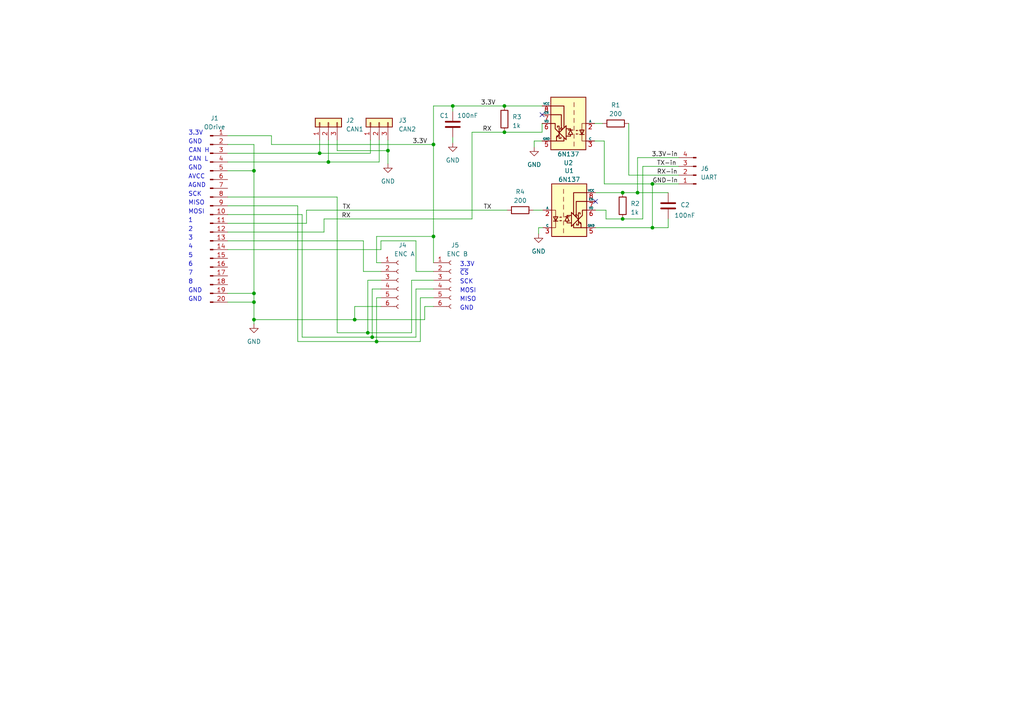
<source format=kicad_sch>
(kicad_sch (version 20220404) (generator eeschema)
  (paper "A4")
  (lib_symbols
    (symbol "Connector:Conn_01x04_Male" (pin_names (offset 1.016) hide)
      (property "Reference" "J" (at 0 5.08 0))
      (property "Value" "Conn_01x04_Male" (at 0 -7.62 0))
      (symbol "Conn_01x04_Male_1_1"
        (polyline (pts (xy 1.27 -5.08) (xy 0.8636 -5.08)) (stroke (width 0.1524)))
        (polyline (pts (xy 1.27 -2.54) (xy 0.8636 -2.54)) (stroke (width 0.1524)))
        (polyline (pts (xy 1.27 0) (xy 0.8636 0)) (stroke (width 0.1524)))
        (polyline (pts (xy 1.27 2.54) (xy 0.8636 2.54)) (stroke (width 0.1524)))
        (rectangle (start 0.8636 -4.953) (end 0 -5.207) (stroke (width 0.1524)) (fill (type outline)))
        (rectangle (start 0.8636 -2.413) (end 0 -2.667) (stroke (width 0.1524)) (fill (type outline)))
        (rectangle (start 0.8636 0.127) (end 0 -0.127) (stroke (width 0.1524)) (fill (type outline)))
        (rectangle (start 0.8636 2.667) (end 0 2.413) (stroke (width 0.1524)) (fill (type outline)))
        (pin passive line (at 5.08 2.54 180) (length 3.81) (name "Pin_1") (number "1"))
        (pin passive line (at 5.08 0 180) (length 3.81) (name "Pin_2") (number "2"))
        (pin passive line (at 5.08 -2.54 180) (length 3.81) (name "Pin_3") (number "3"))
        (pin passive line (at 5.08 -5.08 180) (length 3.81) (name "Pin_4") (number "4"))
      )
    )
    (symbol "Connector:Conn_01x06_Female" (pin_names (offset 1.016) hide)
      (property "Reference" "J" (at 0 7.62 0))
      (property "Value" "Conn_01x06_Female" (at 0 -10.16 0))
      (symbol "Conn_01x06_Female_1_1"
        (arc (start 0 -7.112) (mid -0.5058 -7.62) (end 0 -8.128) (stroke (width 0.1524)))
        (arc (start 0 -4.572) (mid -0.5058 -5.08) (end 0 -5.588) (stroke (width 0.1524)))
        (arc (start 0 -2.032) (mid -0.5058 -2.54) (end 0 -3.048) (stroke (width 0.1524)))
        (polyline (pts (xy -1.27 -7.62) (xy -0.508 -7.62)) (stroke (width 0.1524)))
        (polyline (pts (xy -1.27 -5.08) (xy -0.508 -5.08)) (stroke (width 0.1524)))
        (polyline (pts (xy -1.27 -2.54) (xy -0.508 -2.54)) (stroke (width 0.1524)))
        (polyline (pts (xy -1.27 0) (xy -0.508 0)) (stroke (width 0.1524)))
        (polyline (pts (xy -1.27 2.54) (xy -0.508 2.54)) (stroke (width 0.1524)))
        (polyline (pts (xy -1.27 5.08) (xy -0.508 5.08)) (stroke (width 0.1524)))
        (arc (start 0 0.508) (mid -0.5058 0) (end 0 -0.508) (stroke (width 0.1524)))
        (arc (start 0 3.048) (mid -0.5058 2.54) (end 0 2.032) (stroke (width 0.1524)))
        (arc (start 0 5.588) (mid -0.5058 5.08) (end 0 4.572) (stroke (width 0.1524)))
        (pin passive line (at -5.08 5.08 0) (length 3.81) (name "Pin_1") (number "1"))
        (pin passive line (at -5.08 2.54 0) (length 3.81) (name "Pin_2") (number "2"))
        (pin passive line (at -5.08 0 0) (length 3.81) (name "Pin_3") (number "3"))
        (pin passive line (at -5.08 -2.54 0) (length 3.81) (name "Pin_4") (number "4"))
        (pin passive line (at -5.08 -5.08 0) (length 3.81) (name "Pin_5") (number "5"))
        (pin passive line (at -5.08 -7.62 0) (length 3.81) (name "Pin_6") (number "6"))
      )
    )
    (symbol "Connector:Conn_01x20_Male" (pin_names (offset 1.016) hide)
      (property "Reference" "J" (at 0 25.4 0))
      (property "Value" "Conn_01x20_Male" (at 0 -27.94 0))
      (symbol "Conn_01x20_Male_1_1"
        (polyline (pts (xy 1.27 -25.4) (xy 0.8636 -25.4)) (stroke (width 0.1524)))
        (polyline (pts (xy 1.27 -22.86) (xy 0.8636 -22.86)) (stroke (width 0.1524)))
        (polyline (pts (xy 1.27 -20.32) (xy 0.8636 -20.32)) (stroke (width 0.1524)))
        (polyline (pts (xy 1.27 -17.78) (xy 0.8636 -17.78)) (stroke (width 0.1524)))
        (polyline (pts (xy 1.27 -15.24) (xy 0.8636 -15.24)) (stroke (width 0.1524)))
        (polyline (pts (xy 1.27 -12.7) (xy 0.8636 -12.7)) (stroke (width 0.1524)))
        (polyline (pts (xy 1.27 -10.16) (xy 0.8636 -10.16)) (stroke (width 0.1524)))
        (polyline (pts (xy 1.27 -7.62) (xy 0.8636 -7.62)) (stroke (width 0.1524)))
        (polyline (pts (xy 1.27 -5.08) (xy 0.8636 -5.08)) (stroke (width 0.1524)))
        (polyline (pts (xy 1.27 -2.54) (xy 0.8636 -2.54)) (stroke (width 0.1524)))
        (polyline (pts (xy 1.27 0) (xy 0.8636 0)) (stroke (width 0.1524)))
        (polyline (pts (xy 1.27 2.54) (xy 0.8636 2.54)) (stroke (width 0.1524)))
        (polyline (pts (xy 1.27 5.08) (xy 0.8636 5.08)) (stroke (width 0.1524)))
        (polyline (pts (xy 1.27 7.62) (xy 0.8636 7.62)) (stroke (width 0.1524)))
        (polyline (pts (xy 1.27 10.16) (xy 0.8636 10.16)) (stroke (width 0.1524)))
        (polyline (pts (xy 1.27 12.7) (xy 0.8636 12.7)) (stroke (width 0.1524)))
        (polyline (pts (xy 1.27 15.24) (xy 0.8636 15.24)) (stroke (width 0.1524)))
        (polyline (pts (xy 1.27 17.78) (xy 0.8636 17.78)) (stroke (width 0.1524)))
        (polyline (pts (xy 1.27 20.32) (xy 0.8636 20.32)) (stroke (width 0.1524)))
        (polyline (pts (xy 1.27 22.86) (xy 0.8636 22.86)) (stroke (width 0.1524)))
        (rectangle (start 0.8636 -25.273) (end 0 -25.527) (stroke (width 0.1524)) (fill (type outline)))
        (rectangle (start 0.8636 -22.733) (end 0 -22.987) (stroke (width 0.1524)) (fill (type outline)))
        (rectangle (start 0.8636 -20.193) (end 0 -20.447) (stroke (width 0.1524)) (fill (type outline)))
        (rectangle (start 0.8636 -17.653) (end 0 -17.907) (stroke (width 0.1524)) (fill (type outline)))
        (rectangle (start 0.8636 -15.113) (end 0 -15.367) (stroke (width 0.1524)) (fill (type outline)))
        (rectangle (start 0.8636 -12.573) (end 0 -12.827) (stroke (width 0.1524)) (fill (type outline)))
        (rectangle (start 0.8636 -10.033) (end 0 -10.287) (stroke (width 0.1524)) (fill (type outline)))
        (rectangle (start 0.8636 -7.493) (end 0 -7.747) (stroke (width 0.1524)) (fill (type outline)))
        (rectangle (start 0.8636 -4.953) (end 0 -5.207) (stroke (width 0.1524)) (fill (type outline)))
        (rectangle (start 0.8636 -2.413) (end 0 -2.667) (stroke (width 0.1524)) (fill (type outline)))
        (rectangle (start 0.8636 0.127) (end 0 -0.127) (stroke (width 0.1524)) (fill (type outline)))
        (rectangle (start 0.8636 2.667) (end 0 2.413) (stroke (width 0.1524)) (fill (type outline)))
        (rectangle (start 0.8636 5.207) (end 0 4.953) (stroke (width 0.1524)) (fill (type outline)))
        (rectangle (start 0.8636 7.747) (end 0 7.493) (stroke (width 0.1524)) (fill (type outline)))
        (rectangle (start 0.8636 10.287) (end 0 10.033) (stroke (width 0.1524)) (fill (type outline)))
        (rectangle (start 0.8636 12.827) (end 0 12.573) (stroke (width 0.1524)) (fill (type outline)))
        (rectangle (start 0.8636 15.367) (end 0 15.113) (stroke (width 0.1524)) (fill (type outline)))
        (rectangle (start 0.8636 17.907) (end 0 17.653) (stroke (width 0.1524)) (fill (type outline)))
        (rectangle (start 0.8636 20.447) (end 0 20.193) (stroke (width 0.1524)) (fill (type outline)))
        (rectangle (start 0.8636 22.987) (end 0 22.733) (stroke (width 0.1524)) (fill (type outline)))
        (pin passive line (at 5.08 22.86 180) (length 3.81) (name "Pin_1") (number "1"))
        (pin passive line (at 5.08 0 180) (length 3.81) (name "Pin_10") (number "10"))
        (pin passive line (at 5.08 -2.54 180) (length 3.81) (name "Pin_11") (number "11"))
        (pin passive line (at 5.08 -5.08 180) (length 3.81) (name "Pin_12") (number "12"))
        (pin passive line (at 5.08 -7.62 180) (length 3.81) (name "Pin_13") (number "13"))
        (pin passive line (at 5.08 -10.16 180) (length 3.81) (name "Pin_14") (number "14"))
        (pin passive line (at 5.08 -12.7 180) (length 3.81) (name "Pin_15") (number "15"))
        (pin passive line (at 5.08 -15.24 180) (length 3.81) (name "Pin_16") (number "16"))
        (pin passive line (at 5.08 -17.78 180) (length 3.81) (name "Pin_17") (number "17"))
        (pin passive line (at 5.08 -20.32 180) (length 3.81) (name "Pin_18") (number "18"))
        (pin passive line (at 5.08 -22.86 180) (length 3.81) (name "Pin_19") (number "19"))
        (pin passive line (at 5.08 20.32 180) (length 3.81) (name "Pin_2") (number "2"))
        (pin passive line (at 5.08 -25.4 180) (length 3.81) (name "Pin_20") (number "20"))
        (pin passive line (at 5.08 17.78 180) (length 3.81) (name "Pin_3") (number "3"))
        (pin passive line (at 5.08 15.24 180) (length 3.81) (name "Pin_4") (number "4"))
        (pin passive line (at 5.08 12.7 180) (length 3.81) (name "Pin_5") (number "5"))
        (pin passive line (at 5.08 10.16 180) (length 3.81) (name "Pin_6") (number "6"))
        (pin passive line (at 5.08 7.62 180) (length 3.81) (name "Pin_7") (number "7"))
        (pin passive line (at 5.08 5.08 180) (length 3.81) (name "Pin_8") (number "8"))
        (pin passive line (at 5.08 2.54 180) (length 3.81) (name "Pin_9") (number "9"))
      )
    )
    (symbol "Connector_Generic:Conn_01x03" (pin_names (offset 1.016) hide)
      (property "Reference" "J" (at 0 5.08 0))
      (property "Value" "Conn_01x03" (at 0 -5.08 0))
      (symbol "Conn_01x03_1_1"
        (rectangle (start -1.27 -2.413) (end 0 -2.667) (stroke (width 0.1524)))
        (rectangle (start -1.27 0.127) (end 0 -0.127) (stroke (width 0.1524)))
        (rectangle (start -1.27 2.667) (end 0 2.413) (stroke (width 0.1524)))
        (rectangle (start -1.27 3.81) (end 1.27 -3.81) (stroke (width 0.254)) (fill (type background)))
        (pin passive line (at -5.08 2.54 0) (length 3.81) (name "Pin_1") (number "1"))
        (pin passive line (at -5.08 0 0) (length 3.81) (name "Pin_2") (number "2"))
        (pin passive line (at -5.08 -2.54 0) (length 3.81) (name "Pin_3") (number "3"))
      )
    )
    (symbol "Device:C" (pin_numbers hide) (pin_names (offset 0.254))
      (property "Reference" "C" (at 0.635 2.54 0))
      (property "Value" "C" (at 0.635 -2.54 0))
      (symbol "C_0_1"
        (polyline (pts (xy -2.032 -0.762) (xy 2.032 -0.762)) (stroke (width 0.508)))
        (polyline (pts (xy -2.032 0.762) (xy 2.032 0.762)) (stroke (width 0.508)))
      )
      (symbol "C_1_1"
        (pin passive line (at 0 3.81 270) (length 2.794) (name "~") (number "1"))
        (pin passive line (at 0 -3.81 90) (length 2.794) (name "~") (number "2"))
      )
    )
    (symbol "Device:R" (pin_numbers hide) (pin_names (offset 0))
      (property "Reference" "R" (at 2.032 0 90))
      (property "Value" "R" (at 0 0 90))
      (symbol "R_0_1"
        (rectangle (start -1.016 -2.54) (end 1.016 2.54) (stroke (width 0.254)))
      )
      (symbol "R_1_1"
        (pin passive line (at 0 3.81 270) (length 1.27) (name "~") (number "1"))
        (pin passive line (at 0 -3.81 90) (length 1.27) (name "~") (number "2"))
      )
    )
    (symbol "Isolator:6N137" (pin_names (offset 0))
      (property "Reference" "U" (at -4.064 8.89 0))
      (property "Value" "6N137" (at 0 -8.89 0))
      (symbol "6N137_0_1"
        (polyline (pts (xy 2.667 -3.556) (xy 2.667 -1.651)) (stroke (width 0.254)))
        (polyline (pts (xy 2.667 -2.159) (xy 2.667 -2.921)) (stroke (width 0.254)))
        (polyline (pts (xy 3.429 -3.937) (xy 3.429 -5.08)) (stroke (width 0.254)))
        (polyline (pts (xy -0.635 -3.302) (xy -0.635 -3.683) (xy 0.635 -3.683)) (stroke (width 0.254)))
        (polyline (pts (xy -0.635 -1.905) (xy -0.635 -1.524) (xy 0.508 -1.524)) (stroke (width 0.254)))
        (polyline (pts (xy 1.27 -4.064) (xy 1.27 -5.08) (xy 5.08 -5.08)) (stroke (width 0.254)))
        (polyline (pts (xy 1.27 -1.27) (xy 1.27 5.08) (xy 5.08 5.08)) (stroke (width 0.254)))
        (polyline (pts (xy 2.032 -1.27) (xy 2.032 2.54) (xy 5.08 2.54)) (stroke (width 0.254)))
        (polyline (pts (xy -5.08 -5.08) (xy -3.937 -5.08) (xy -3.937 0) (xy -5.08 0)))
        (polyline (pts (xy 2.667 -3.302) (xy 2.667 -4.318) (xy 2.159 -4.318) (xy 2.159 -3.937)) (stroke (width 0.254)))
        (polyline (pts (xy 2.667 -2.667) (xy 0.635 -4.699) (xy 0.635 -0.635) (xy 2.667 -2.667)) (stroke (width 0.254)))
        (polyline (pts (xy 2.667 -1.778) (xy 2.667 -0.762) (xy 3.175 -0.762) (xy 3.175 -1.143)) (stroke (width 0.254)))
        (polyline (pts (xy 2.794 -2.54) (xy 3.81 -1.524) (xy 3.81 0) (xy 5.08 0)) (stroke (width 0.254)))
        (polyline (pts (xy 2.667 -3.175) (xy 3.429 -3.937) (xy 3.302 -3.556) (xy 3.048 -3.81) (xy 3.429 -3.937)) (stroke (width 0.254)))
        (circle (center 2.032 -1.524) (radius 0.254) (stroke (width 0.254)))
      )
      (symbol "6N137_1_1"
        (rectangle (start -5.08 7.62) (end 5.08 -7.62) (stroke (width 0.254)) (fill (type background)))
        (polyline (pts (xy -4.572 -3.175) (xy -3.302 -3.175)) (stroke (width 0.254)))
        (polyline (pts (xy -1.651 -5.334) (xy -1.651 -6.604)))
        (polyline (pts (xy -1.651 -3.048) (xy -1.651 -4.318)))
        (polyline (pts (xy -1.651 -0.762) (xy -1.651 -2.032)))
        (polyline (pts (xy -1.651 1.524) (xy -1.651 0.254)))
        (polyline (pts (xy -1.651 3.81) (xy -1.651 2.54)))
        (polyline (pts (xy -1.651 6.096) (xy -1.651 4.826)))
        (polyline (pts (xy -1.27 -1.905) (xy 0 -1.905)) (stroke (width 0.254)))
        (polyline (pts (xy -3.937 -3.175) (xy -4.572 -1.905) (xy -3.302 -1.905) (xy -3.937 -3.175)) (stroke (width 0.254)))
        (polyline (pts (xy -0.635 -1.905) (xy -1.27 -3.175) (xy 0 -3.175) (xy -0.635 -1.905)) (stroke (width 0.254)))
        (polyline (pts (xy -2.921 -3.048) (xy -2.159 -3.048) (xy -2.54 -3.175) (xy -2.54 -2.921) (xy -2.159 -3.048)) (stroke (width 0.127)))
        (polyline (pts (xy -2.921 -2.032) (xy -2.159 -2.032) (xy -2.54 -2.159) (xy -2.54 -1.905) (xy -2.159 -2.032)) (stroke (width 0.127)))
        (pin no_connect line (at -5.08 5.08 0) (length 2.54) hide (name "NC") (number "1"))
        (pin passive line (at -7.62 0 0) (length 2.54) (name "A") (number "2"))
        (pin passive line (at -7.62 -5.08 0) (length 2.54) (name "C") (number "3"))
        (pin power_in line (at 7.62 -5.08 180) (length 2.54) (name "GND") (number "5"))
        (pin open_collector line (at 7.62 0 180) (length 2.54) (name "VO") (number "6"))
        (pin input line (at 7.62 2.54 180) (length 2.54) (name "EN") (number "7"))
        (pin power_in line (at 7.62 5.08 180) (length 2.54) (name "VCC") (number "8"))
      )
    )
    (symbol "power:GND" (power) (pin_names (offset 0))
      (property "Value" "GND" (at 0 -3.81 0))
      (symbol "GND_0_1"
        (polyline (pts (xy 0 0) (xy 0 -1.27) (xy 1.27 -1.27) (xy 0 -2.54) (xy -1.27 -1.27) (xy 0 -1.27)))
      )
      (symbol "GND_1_1"
        (pin power_in line (at 0 0 270) (length 0) hide (name "GND") (number "1"))
      )
    )
  )
  (junction (at 95.25 46.99))
  (junction (at 180.594 63.5))
  (junction (at 73.66 87.63))
  (junction (at 106.68 96.52))
  (junction (at 184.912 55.88))
  (junction (at 73.66 92.71))
  (junction (at 112.522 43.688))
  (junction (at 107.95 97.79))
  (junction (at 92.71 44.45))
  (junction (at 146.304 38.354))
  (junction (at 109.22 99.06))
  (junction (at 189.23 66.04))
  (junction (at 125.73 41.91))
  (junction (at 189.23 53.34))
  (junction (at 73.66 49.53))
  (junction (at 125.73 68.58))
  (junction (at 73.66 85.09))
  (junction (at 131.318 30.734))
  (junction (at 102.87 92.71))
  (junction (at 180.594 55.88))
  (junction (at 146.304 30.734))
  (no_connect (at 172.72 58.42))
  (no_connect (at 157.226 33.274))
  (wire (pts (xy 184.912 45.72) (xy 184.912 55.88)))
  (wire (pts (xy 73.66 87.63) (xy 73.66 92.71)))
  (wire (pts (xy 119.38 96.52) (xy 106.68 96.52)))
  (wire (pts (xy 131.318 39.878) (xy 131.318 41.402)))
  (wire (pts (xy 66.04 49.53) (xy 73.66 49.53)))
  (wire (pts (xy 66.04 44.45) (xy 92.71 44.45)))
  (wire (pts (xy 125.73 88.9) (xy 123.19 88.9)))
  (wire (pts (xy 88.9 60.96) (xy 147.066 60.96)))
  (wire (pts (xy 156.21 66.04) (xy 156.21 67.818)))
  (wire (pts (xy 66.04 57.15) (xy 97.79 57.15)))
  (wire (pts (xy 119.38 81.28) (xy 119.38 96.52)))
  (wire (pts (xy 184.912 45.72) (xy 196.85 45.72)))
  (wire (pts (xy 189.23 66.04) (xy 189.23 53.34)))
  (wire (pts (xy 109.982 40.64) (xy 109.982 46.99)))
  (wire (pts (xy 121.92 86.36) (xy 121.92 99.06)))
  (wire (pts (xy 66.04 85.09) (xy 73.66 85.09)))
  (wire (pts (xy 102.87 88.9) (xy 102.87 92.71)))
  (wire (pts (xy 125.73 76.2) (xy 125.73 68.58)))
  (wire (pts (xy 107.95 97.79) (xy 107.95 83.82)))
  (wire (pts (xy 105.41 69.85) (xy 66.04 69.85)))
  (wire (pts (xy 172.72 66.04) (xy 189.23 66.04)))
  (wire (pts (xy 186.436 48.26) (xy 196.85 48.26)))
  (wire (pts (xy 131.318 30.734) (xy 131.318 32.258)))
  (wire (pts (xy 93.98 63.5) (xy 136.906 63.5)))
  (wire (pts (xy 125.73 86.36) (xy 121.92 86.36)))
  (wire (pts (xy 125.73 68.58) (xy 125.73 41.91)))
  (wire (pts (xy 66.04 59.69) (xy 86.36 59.69)))
  (wire (pts (xy 184.912 55.88) (xy 180.594 55.88)))
  (wire (pts (xy 175.768 63.5) (xy 180.594 63.5)))
  (wire (pts (xy 125.73 30.734) (xy 125.73 41.91)))
  (wire (pts (xy 146.304 38.354) (xy 157.226 38.354)))
  (wire (pts (xy 172.72 55.88) (xy 180.594 55.88)))
  (wire (pts (xy 175.26 53.34) (xy 189.23 53.34)))
  (wire (pts (xy 154.686 60.96) (xy 157.48 60.96)))
  (wire (pts (xy 125.73 78.74) (xy 120.65 78.74)))
  (wire (pts (xy 66.04 67.31) (xy 93.98 67.31)))
  (wire (pts (xy 184.912 55.88) (xy 193.802 55.88)))
  (wire (pts (xy 109.22 76.2) (xy 109.22 68.58)))
  (wire (pts (xy 105.41 78.74) (xy 110.49 78.74)))
  (wire (pts (xy 95.25 46.99) (xy 95.25 40.64)))
  (wire (pts (xy 125.73 30.734) (xy 131.318 30.734)))
  (wire (pts (xy 121.92 99.06) (xy 109.22 99.06)))
  (wire (pts (xy 78.74 41.91) (xy 78.74 39.37)))
  (wire (pts (xy 66.04 41.91) (xy 73.66 41.91)))
  (wire (pts (xy 131.318 30.734) (xy 146.304 30.734)))
  (wire (pts (xy 110.49 72.39) (xy 110.49 69.85)))
  (wire (pts (xy 172.466 40.894) (xy 175.26 40.894)))
  (wire (pts (xy 120.65 78.74) (xy 120.65 69.85)))
  (wire (pts (xy 120.65 97.79) (xy 107.95 97.79)))
  (wire (pts (xy 102.87 88.9) (xy 110.49 88.9)))
  (wire (pts (xy 136.906 38.354) (xy 146.304 38.354)))
  (wire (pts (xy 120.65 83.82) (xy 120.65 97.79)))
  (wire (pts (xy 92.71 44.45) (xy 92.71 40.64)))
  (wire (pts (xy 73.66 41.91) (xy 73.66 49.53)))
  (wire (pts (xy 109.982 46.99) (xy 95.25 46.99)))
  (wire (pts (xy 106.68 96.52) (xy 106.68 81.28)))
  (wire (pts (xy 157.226 38.354) (xy 157.226 35.814)))
  (wire (pts (xy 78.74 39.37) (xy 66.04 39.37)))
  (wire (pts (xy 154.94 40.894) (xy 154.94 42.672)))
  (wire (pts (xy 73.66 85.09) (xy 73.66 87.63)))
  (wire (pts (xy 107.442 40.64) (xy 107.442 44.45)))
  (wire (pts (xy 106.68 81.28) (xy 110.49 81.28)))
  (wire (pts (xy 107.442 44.45) (xy 92.71 44.45)))
  (wire (pts (xy 73.66 92.71) (xy 73.66 93.98)))
  (wire (pts (xy 157.48 66.04) (xy 156.21 66.04)))
  (wire (pts (xy 73.66 49.53) (xy 73.66 85.09)))
  (wire (pts (xy 125.73 83.82) (xy 120.65 83.82)))
  (wire (pts (xy 172.72 60.96) (xy 175.768 60.96)))
  (wire (pts (xy 102.87 92.71) (xy 73.66 92.71)))
  (wire (pts (xy 87.63 97.79) (xy 107.95 97.79)))
  (wire (pts (xy 105.41 69.85) (xy 105.41 78.74)))
  (wire (pts (xy 93.98 67.31) (xy 93.98 63.5)))
  (wire (pts (xy 97.79 57.15) (xy 97.79 96.52)))
  (wire (pts (xy 112.522 43.688) (xy 112.522 47.498)))
  (wire (pts (xy 189.23 53.34) (xy 196.85 53.34)))
  (wire (pts (xy 186.436 63.5) (xy 180.594 63.5)))
  (wire (pts (xy 125.73 41.91) (xy 78.74 41.91)))
  (wire (pts (xy 66.04 87.63) (xy 73.66 87.63)))
  (wire (pts (xy 66.04 62.23) (xy 87.63 62.23)))
  (wire (pts (xy 175.768 60.96) (xy 175.768 63.5)))
  (wire (pts (xy 110.49 69.85) (xy 120.65 69.85)))
  (wire (pts (xy 66.04 46.99) (xy 95.25 46.99)))
  (wire (pts (xy 186.436 48.26) (xy 186.436 63.5)))
  (wire (pts (xy 182.372 35.814) (xy 182.372 50.8)))
  (wire (pts (xy 157.226 40.894) (xy 154.94 40.894)))
  (wire (pts (xy 112.522 43.688) (xy 112.522 40.64)))
  (wire (pts (xy 97.79 96.52) (xy 106.68 96.52)))
  (wire (pts (xy 193.802 63.5) (xy 193.802 66.04)))
  (wire (pts (xy 123.19 88.9) (xy 123.19 92.71)))
  (wire (pts (xy 66.04 64.77) (xy 88.9 64.77)))
  (wire (pts (xy 110.49 86.36) (xy 109.22 86.36)))
  (wire (pts (xy 87.63 62.23) (xy 87.63 97.79)))
  (wire (pts (xy 193.802 66.04) (xy 189.23 66.04)))
  (wire (pts (xy 146.304 30.734) (xy 157.226 30.734)))
  (wire (pts (xy 109.22 68.58) (xy 125.73 68.58)))
  (wire (pts (xy 107.95 83.82) (xy 110.49 83.82)))
  (wire (pts (xy 66.04 72.39) (xy 110.49 72.39)))
  (wire (pts (xy 88.9 64.77) (xy 88.9 60.96)))
  (wire (pts (xy 175.26 40.894) (xy 175.26 53.34)))
  (wire (pts (xy 123.19 92.71) (xy 102.87 92.71)))
  (wire (pts (xy 172.466 35.814) (xy 174.752 35.814)))
  (wire (pts (xy 97.79 43.688) (xy 112.522 43.688)))
  (wire (pts (xy 136.906 63.5) (xy 136.906 38.354)))
  (wire (pts (xy 109.22 76.2) (xy 110.49 76.2)))
  (wire (pts (xy 182.372 50.8) (xy 196.85 50.8)))
  (wire (pts (xy 109.22 86.36) (xy 109.22 99.06)))
  (wire (pts (xy 86.36 99.06) (xy 109.22 99.06)))
  (wire (pts (xy 125.73 81.28) (xy 119.38 81.28)))
  (wire (pts (xy 86.36 59.69) (xy 86.36 99.06)))
  (wire (pts (xy 97.79 40.64) (xy 97.79 43.688)))
  (text "AVCC" (at 54.5824 52.0454 0) (effects (font (size 1.27 1.27)) (justify left bottom)))
  (text "1" (at 54.5824 64.7332 0) (effects (font (size 1.27 1.27)) (justify left bottom)))
  (text "MISO" (at 54.5824 59.6458 0) (effects (font (size 1.27 1.27)) (justify left bottom)))
  (text "CAN L" (at 54.5824 46.958 0) (effects (font (size 1.27 1.27)) (justify left bottom)))
  (text "5" (at 54.5824 74.908 0) (effects (font (size 1.27 1.27)) (justify left bottom)))
  (text "8" (at 54.61 82.55 0) (effects (font (size 1.27 1.27)) (justify left bottom)))
  (text "6" (at 54.5824 77.4211 0) (effects (font (size 1.27 1.27)) (justify left bottom)))
  (text "7" (at 54.5824 79.9955 0) (effects (font (size 1.27 1.27)) (justify left bottom)))
  (text "GND" (at 54.5824 85.0829 0) (effects (font (size 1.27 1.27)) (justify left bottom)))
  (text "GND" (at 54.5824 49.471 0) (effects (font (size 1.27 1.27)) (justify left bottom)))
  (text "~{CS}" (at 133.3452 79.9955 0) (effects (font (size 1.27 1.27)) (justify left bottom)))
  (text "3" (at 54.5824 69.8206 0) (effects (font (size 1.27 1.27)) (justify left bottom)))
  (text "SCK" (at 133.3452 82.5085 0) (effects (font (size 1.27 1.27)) (justify left bottom)))
  (text "AGND" (at 54.5824 54.5584 0) (effects (font (size 1.27 1.27)) (justify left bottom)))
  (text "GND" (at 54.61 41.91 0) (effects (font (size 1.27 1.27)) (justify left bottom)))
  (text "CAN H" (at 54.61 44.45 0) (effects (font (size 1.27 1.27)) (justify left bottom)))
  (text "MOSI" (at 54.5824 62.2202 0) (effects (font (size 1.27 1.27)) (justify left bottom)))
  (text "SCK" (at 54.5824 57.1328 0) (effects (font (size 1.27 1.27)) (justify left bottom)))
  (text "3.3V" (at 133.35 77.47 0) (effects (font (size 1.27 1.27)) (justify left bottom)))
  (text "3.3V" (at 54.61 39.37 0) (effects (font (size 1.27 1.27)) (justify left bottom)))
  (text "MISO" (at 133.3452 87.5959 0) (effects (font (size 1.27 1.27)) (justify left bottom)))
  (text "2" (at 54.5824 67.3076 0) (effects (font (size 1.27 1.27)) (justify left bottom)))
  (text "GND" (at 133.35 90.17 0) (effects (font (size 1.27 1.27)) (justify left bottom)))
  (text "GND" (at 54.5824 87.5959 0) (effects (font (size 1.27 1.27)) (justify left bottom)))
  (text "4" (at 54.5824 72.3337 0) (effects (font (size 1.27 1.27)) (justify left bottom)))
  (text "MOSI" (at 133.3452 85.0829 0) (effects (font (size 1.27 1.27)) (justify left bottom)))
  (label "TX" (at 99.314 60.96 0))
  (label "3.3V" (at 139.446 30.734 0))
  (label "TX-in" (at 190.5 48.26 0))
  (label "GND-in" (at 189.23 53.34 0))
  (label "RX-in" (at 190.5 50.8 0))
  (label "TX" (at 140.208 60.96 0))
  (label "3.3V" (at 119.634 41.91 0))
  (label "RX" (at 99.06 63.5 0))
  (label "3.3V-in" (at 188.976 45.72 0))
  (label "RX" (at 139.954 38.354 0))
  (symbol (lib_id "Device:C") (at 193.802 59.69 0) (unit 1)
    (default_instance (reference "C") (unit 1) (value "C") (footprint ""))
    (property "Reference" "C2" (at 197.358 59.436 0) (effects (justify left)))
    (property "Value" "100nF" (at 195.58 62.484 0) (effects (justify left)))
    (property "Footprint" "Capacitor_SMD:C_0603_1608Metric" (effects hide))
    (property "JLC Part #" "C14663" (effects hide))
  )
  (symbol (lib_id "Isolator:6N137") (at 164.846 35.814 0) (mirror y) (unit 1)
    (default_instance (reference "U") (unit 1) (value "6N137") (footprint "Package_DIP:DIP-8_W7.62mm"))
    (property "Reference" "U2" (at 164.846 47.244 0))
    (property "Value" "6N137" (at 164.846 44.704 0))
    (property "Footprint" "Package_SO:SSO-8_6.7x9.8mm_P2.54mm_Clearance8mm" (effects hide))
    (property "Datasheet" "https://docs.broadcom.com/docs/AV02-0940EN" (effects hide))
    (property "JLC Part #" "C92651" (effects hide))
  )
  (symbol (lib_id "Connector:Conn_01x06_Female") (at 130.81 81.28 0) (unit 1)
    (default_instance (reference "U") (unit 1) (value "") (footprint ""))
    (property "Reference" "J5" (at 130.81 71.12 0) (effects (justify left)))
    (property "Value" "ENC B" (at 129.54 73.66 0) (effects (justify left)))
    (property "Footprint" "Connector_JST:JST_EH_S6B-EH_1x06_P2.50mm_Horizontal" (effects hide))
    (property "JLC Part #" "C8876" (effects hide))
  )
  (symbol (lib_id "Device:R") (at 146.304 34.544 0) (unit 1)
    (default_instance (reference "R") (unit 1) (value "R") (footprint ""))
    (property "Reference" "R3" (at 148.59 33.909 0) (effects (justify left)))
    (property "Value" "1k" (at 148.59 36.449 0) (effects (justify left)))
    (property "Footprint" "Resistor_SMD:R_0603_1608Metric" (effects hide))
    (property "JLC Part #" "C21190" (effects hide))
  )
  (symbol (lib_id "Connector:Conn_01x04_Male") (at 201.93 50.8 180) (unit 1)
    (default_instance (reference "J") (unit 1) (value "Conn_01x04_Male") (footprint ""))
    (property "Reference" "J6" (at 203.2 48.895 0) (effects (justify right)))
    (property "Value" "UART" (at 203.2 51.435 0) (effects (justify right)))
    (property "Footprint" "Connector_JST:JST_EH_S4B-EH_1x04_P2.50mm_Horizontal" (effects hide))
    (property "JLC Part #" "C21273" (effects hide))
  )
  (symbol (lib_id "power:GND") (at 112.522 47.498 0) (unit 1)
    (default_instance (reference "U") (unit 1) (value "") (footprint ""))
    (property "Reference" "#PWR0103" (effects hide))
    (property "Value" "GND" (at 112.522 52.578 0))
  )
  (symbol (lib_id "Connector_Generic:Conn_01x03") (at 95.25 35.56 90) (unit 1)
    (default_instance (reference "J") (unit 1) (value "Conn_01x03") (footprint ""))
    (property "Reference" "J2" (at 100.33 34.925 90) (effects (justify right)))
    (property "Value" "CAN1" (at 100.33 37.465 90) (effects (justify right)))
    (property "Footprint" "Connector_JST:JST_EH_S3B-EH_1x03_P2.50mm_Horizontal" (effects hide))
    (property "JLC Part #" "C18428" (effects hide))
  )
  (symbol (lib_id "power:GND") (at 131.318 41.402 0) (unit 1)
    (default_instance (reference "U") (unit 1) (value "") (footprint ""))
    (property "Reference" "#PWR01" (effects hide))
    (property "Value" "GND" (at 131.318 46.482 0))
  )
  (symbol (lib_id "Device:C") (at 131.318 36.068 0) (unit 1)
    (default_instance (reference "C") (unit 1) (value "C") (footprint ""))
    (property "Reference" "C1" (at 127.508 33.528 0) (effects (justify left)))
    (property "Value" "100nF" (at 132.588 33.528 0) (effects (justify left)))
    (property "Footprint" "Capacitor_SMD:C_0603_1608Metric" (effects hide))
    (property "JLC Part #" "C14663" (effects hide))
  )
  (symbol (lib_id "Isolator:6N137") (at 165.1 60.96 0) (unit 1)
    (default_instance (reference "U") (unit 1) (value "6N137") (footprint "Package_DIP:DIP-8_W7.62mm"))
    (property "Reference" "U1" (at 165.1 49.53 0))
    (property "Value" "6N137" (at 165.1 52.07 0))
    (property "Footprint" "Package_SO:SSO-8_6.7x9.8mm_P2.54mm_Clearance8mm" (effects hide))
    (property "Datasheet" "https://docs.broadcom.com/docs/AV02-0940EN" (effects hide))
    (property "JLC Part #" "C92651" (effects hide))
  )
  (symbol (lib_id "power:GND") (at 73.66 93.98 0) (unit 1)
    (default_instance (reference "U") (unit 1) (value "") (footprint ""))
    (property "Reference" "#PWR0104" (effects hide))
    (property "Value" "GND" (at 73.66 99.06 0))
  )
  (symbol (lib_id "Connector:Conn_01x20_Male") (at 60.96 62.23 0) (unit 1)
    (default_instance (reference "U") (unit 1) (value "") (footprint ""))
    (property "Reference" "J1" (at 62.23 34.29 0))
    (property "Value" "ODrive" (at 62.23 36.83 0))
    (property "Footprint" "Connector_PinHeader_2.54mm:PinHeader_1x20_P2.54mm_Vertical" (effects hide))
  )
  (symbol (lib_id "Connector:Conn_01x06_Female") (at 115.57 81.28 0) (unit 1)
    (default_instance (reference "U") (unit 1) (value "") (footprint ""))
    (property "Reference" "J4" (at 115.57 71.12 0) (effects (justify left)))
    (property "Value" "ENC A" (at 114.3 73.66 0) (effects (justify left)))
    (property "Footprint" "Connector_JST:JST_EH_S6B-EH_1x06_P2.50mm_Horizontal" (effects hide))
    (property "JLC Part #" "C8876" (effects hide))
  )
  (symbol (lib_id "power:GND") (at 154.94 42.672 0) (unit 1)
    (default_instance (reference "U") (unit 1) (value "") (footprint ""))
    (property "Reference" "#PWR0102" (effects hide))
    (property "Value" "GND" (at 154.94 47.752 0))
  )
  (symbol (lib_id "Connector_Generic:Conn_01x03") (at 109.982 35.56 90) (unit 1)
    (default_instance (reference "J") (unit 1) (value "Conn_01x03") (footprint ""))
    (property "Reference" "J3" (at 115.57 34.925 90) (effects (justify right)))
    (property "Value" "CAN2" (at 115.57 37.465 90) (effects (justify right)))
    (property "Footprint" "Connector_JST:JST_EH_S3B-EH_1x03_P2.50mm_Horizontal" (effects hide))
    (property "JLC Part #" "C18428" (effects hide))
  )
  (symbol (lib_id "Device:R") (at 180.594 59.69 0) (unit 1)
    (default_instance (reference "R") (unit 1) (value "R") (footprint ""))
    (property "Reference" "R2" (at 182.88 59.055 0) (effects (justify left)))
    (property "Value" "1k" (at 182.88 61.595 0) (effects (justify left)))
    (property "Footprint" "Resistor_SMD:R_0603_1608Metric" (effects hide))
    (property "JLC Part #" "C21190" (effects hide))
  )
  (symbol (lib_id "power:GND") (at 156.21 67.818 0) (unit 1)
    (default_instance (reference "U") (unit 1) (value "") (footprint ""))
    (property "Reference" "#PWR0101" (effects hide))
    (property "Value" "GND" (at 156.21 72.898 0))
  )
  (symbol (lib_id "Device:R") (at 178.562 35.814 90) (unit 1)
    (default_instance (reference "R") (unit 1) (value "R") (footprint ""))
    (property "Reference" "R1" (at 178.562 30.48 90))
    (property "Value" "200" (at 178.562 33.02 90))
    (property "Footprint" "Resistor_SMD:R_0603_1608Metric" (effects hide))
    (property "JLC Part #" "C8218" (effects hide))
  )
  (symbol (lib_id "Device:R") (at 150.876 60.96 90) (unit 1)
    (default_instance (reference "R") (unit 1) (value "R") (footprint ""))
    (property "Reference" "R4" (at 150.876 55.626 90))
    (property "Value" "200" (at 150.876 58.166 90))
    (property "Footprint" "Resistor_SMD:R_0603_1608Metric" (effects hide))
    (property "JLC Part #" "C8218" (effects hide))
  )
)
</source>
